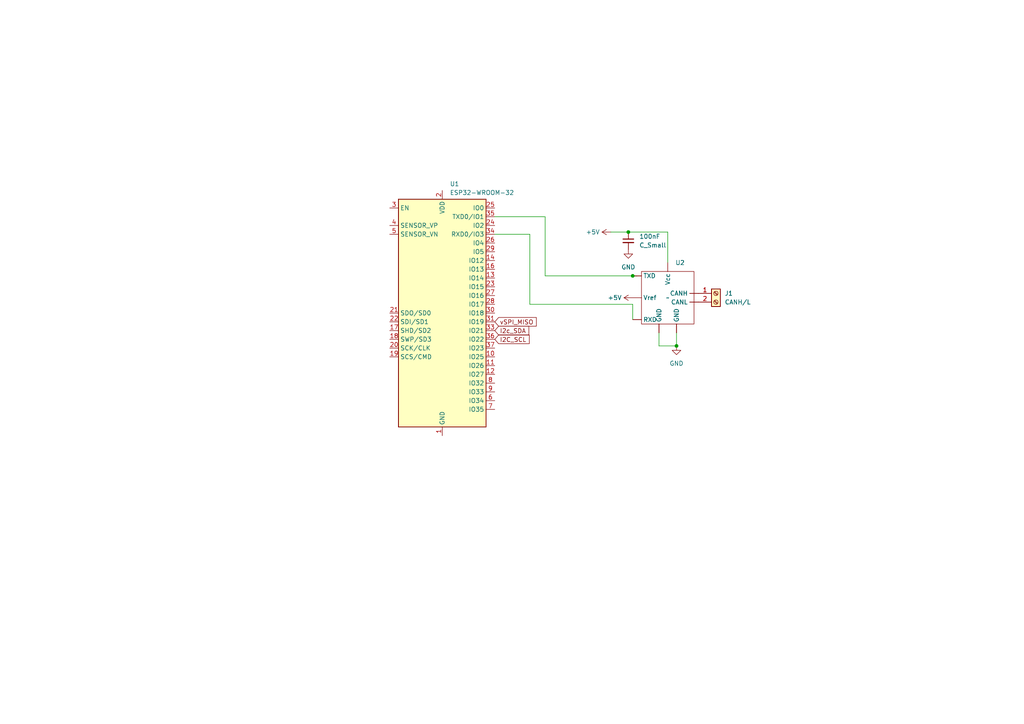
<source format=kicad_sch>
(kicad_sch (version 20230121) (generator eeschema)
  (paper "A4")
  (lib_symbols
    (symbol "Connector:Screw_Terminal_01x02" (pin_names (offset 1.016) hide)
      (property "Reference" "J" (at 0 2.54 0))
      (property "Value" "Screw_Terminal_01x02" (at 0 -5.08 0))
      (symbol "Screw_Terminal_01x02_1_1"
        (rectangle (start -1.27 1.27) (end 1.27 -3.81) (stroke (width 0.254)) (fill (type background)))
        (circle (center 0 -2.54) (radius 0.635) (stroke (width 0.1524)))
        (polyline (pts (xy -0.5334 -2.2098) (xy 0.3302 -3.048)) (stroke (width 0.1524)))
        (polyline (pts (xy -0.5334 0.3302) (xy 0.3302 -0.508)) (stroke (width 0.1524)))
        (polyline (pts (xy -0.3556 -2.032) (xy 0.508 -2.8702)) (stroke (width 0.1524)))
        (polyline (pts (xy -0.3556 0.508) (xy 0.508 -0.3302)) (stroke (width 0.1524)))
        (circle (center 0 0) (radius 0.635) (stroke (width 0.1524)))
        (pin passive line (at -5.08 0 0) (length 3.81) (name "Pin_1") (number "1"))
        (pin passive line (at -5.08 -2.54 0) (length 3.81) (name "Pin_2") (number "2"))
      )
    )
    (symbol "Device:C_Small" (pin_numbers hide) (pin_names (offset 0.254) hide)
      (property "Reference" "C" (at 0.254 1.778 0))
      (property "Value" "C_Small" (at 0.254 -2.032 0))
      (symbol "C_Small_0_1"
        (polyline (pts (xy -1.524 -0.508) (xy 1.524 -0.508)) (stroke (width 0.3302)))
        (polyline (pts (xy -1.524 0.508) (xy 1.524 0.508)) (stroke (width 0.3048)))
      )
      (symbol "C_Small_1_1"
        (pin passive line (at 0 2.54 270) (length 2.032) (name "~") (number "1"))
        (pin passive line (at 0 -2.54 90) (length 2.032) (name "~") (number "2"))
      )
    )
    (symbol "RF_Module:ESP32-WROOM-32"
      (property "Reference" "U" (at -12.7 34.29 0))
      (property "Value" "ESP32-WROOM-32" (at 1.27 34.29 0))
      (symbol "ESP32-WROOM-32_0_1"
        (rectangle (start -12.7 33.02) (end 12.7 -33.02) (stroke (width 0.254)) (fill (type background)))
      )
      (symbol "ESP32-WROOM-32_1_1"
        (pin power_in line (at 0 -35.56 90) (length 2.54) (name "GND") (number "1"))
        (pin bidirectional line (at 15.24 -12.7 180) (length 2.54) (name "IO25") (number "10"))
        (pin bidirectional line (at 15.24 -15.24 180) (length 2.54) (name "IO26") (number "11"))
        (pin bidirectional line (at 15.24 -17.78 180) (length 2.54) (name "IO27") (number "12"))
        (pin bidirectional line (at 15.24 10.16 180) (length 2.54) (name "IO14") (number "13"))
        (pin bidirectional line (at 15.24 15.24 180) (length 2.54) (name "IO12") (number "14"))
        (pin passive line (at 0 -35.56 90) (length 2.54) hide (name "GND") (number "15"))
        (pin bidirectional line (at 15.24 12.7 180) (length 2.54) (name "IO13") (number "16"))
        (pin bidirectional line (at -15.24 -5.08 0) (length 2.54) (name "SHD/SD2") (number "17"))
        (pin bidirectional line (at -15.24 -7.62 0) (length 2.54) (name "SWP/SD3") (number "18"))
        (pin bidirectional line (at -15.24 -12.7 0) (length 2.54) (name "SCS/CMD") (number "19"))
        (pin power_in line (at 0 35.56 270) (length 2.54) (name "VDD") (number "2"))
        (pin bidirectional line (at -15.24 -10.16 0) (length 2.54) (name "SCK/CLK") (number "20"))
        (pin bidirectional line (at -15.24 0 0) (length 2.54) (name "SDO/SD0") (number "21"))
        (pin bidirectional line (at -15.24 -2.54 0) (length 2.54) (name "SDI/SD1") (number "22"))
        (pin bidirectional line (at 15.24 7.62 180) (length 2.54) (name "IO15") (number "23"))
        (pin bidirectional line (at 15.24 25.4 180) (length 2.54) (name "IO2") (number "24"))
        (pin bidirectional line (at 15.24 30.48 180) (length 2.54) (name "IO0") (number "25"))
        (pin bidirectional line (at 15.24 20.32 180) (length 2.54) (name "IO4") (number "26"))
        (pin bidirectional line (at 15.24 5.08 180) (length 2.54) (name "IO16") (number "27"))
        (pin bidirectional line (at 15.24 2.54 180) (length 2.54) (name "IO17") (number "28"))
        (pin bidirectional line (at 15.24 17.78 180) (length 2.54) (name "IO5") (number "29"))
        (pin input line (at -15.24 30.48 0) (length 2.54) (name "EN") (number "3"))
        (pin bidirectional line (at 15.24 0 180) (length 2.54) (name "IO18") (number "30"))
        (pin bidirectional line (at 15.24 -2.54 180) (length 2.54) (name "IO19") (number "31"))
        (pin no_connect line (at -12.7 -27.94 0) (length 2.54) hide (name "NC") (number "32"))
        (pin bidirectional line (at 15.24 -5.08 180) (length 2.54) (name "IO21") (number "33"))
        (pin bidirectional line (at 15.24 22.86 180) (length 2.54) (name "RXD0/IO3") (number "34"))
        (pin bidirectional line (at 15.24 27.94 180) (length 2.54) (name "TXD0/IO1") (number "35"))
        (pin bidirectional line (at 15.24 -7.62 180) (length 2.54) (name "IO22") (number "36"))
        (pin bidirectional line (at 15.24 -10.16 180) (length 2.54) (name "IO23") (number "37"))
        (pin passive line (at 0 -35.56 90) (length 2.54) hide (name "GND") (number "38"))
        (pin passive line (at 0 -35.56 90) (length 2.54) hide (name "GND") (number "39"))
        (pin input line (at -15.24 25.4 0) (length 2.54) (name "SENSOR_VP") (number "4"))
        (pin input line (at -15.24 22.86 0) (length 2.54) (name "SENSOR_VN") (number "5"))
        (pin input line (at 15.24 -25.4 180) (length 2.54) (name "IO34") (number "6"))
        (pin input line (at 15.24 -27.94 180) (length 2.54) (name "IO35") (number "7"))
        (pin bidirectional line (at 15.24 -20.32 180) (length 2.54) (name "IO32") (number "8"))
        (pin bidirectional line (at 15.24 -22.86 180) (length 2.54) (name "IO33") (number "9"))
      )
    )
    (symbol "custom parts library:TJA1050"
      (property "Reference" "U2" (at 2.1941 10.16 0))
      (property "Value" "~" (at 0 0 0))
      (symbol "TJA1050_0_0"
        (text "" (at -2.54 -8.89 0) (effects (font (size 1.27 1.27))))
      )
      (symbol "TJA1050_0_1"
        (rectangle (start -7.62 7.62) (end 7.62 -7.62))
      )
      (symbol "TJA1050_1_1"
        (pin passive line (at 8.89 1.27 180) (length 2.54) (name "CANH") (number ""))
        (pin passive line (at 8.89 -1.27 180) (length 2.54) (name "CANL") (number ""))
        (pin passive line (at -2.54 -10.16 90) (length 2.54) (name "GND") (number ""))
        (pin passive line (at 2.54 -10.16 90) (length 2.54) (name "GND") (number ""))
        (pin passive line (at -10.16 -6.35 0) (length 2.54) (name "RXD") (number ""))
        (pin passive line (at -10.16 6.35 0) (length 2.54) (name "TXD") (number ""))
        (pin passive line (at 0 10.16 270) (length 2.54) (name "Vcc") (number ""))
        (pin passive line (at -10.16 0 0) (length 2.54) (name "Vref") (number ""))
      )
    )
    (symbol "power:+5V" (power) (pin_names (offset 0))
      (property "Value" "+5V" (at 0 3.556 0))
      (symbol "+5V_0_1"
        (polyline (pts (xy -0.762 1.27) (xy 0 2.54)))
        (polyline (pts (xy 0 0) (xy 0 2.54)))
        (polyline (pts (xy 0 2.54) (xy 0.762 1.27)))
      )
      (symbol "+5V_1_1"
        (pin power_in line (at 0 0 90) (length 0) hide (name "+5V") (number "1"))
      )
    )
    (symbol "power:GND" (power) (pin_names (offset 0))
      (property "Value" "GND" (at 0 -3.81 0))
      (symbol "GND_0_1"
        (polyline (pts (xy 0 0) (xy 0 -1.27) (xy 1.27 -1.27) (xy 0 -2.54) (xy -1.27 -1.27) (xy 0 -1.27)))
      )
      (symbol "GND_1_1"
        (pin power_in line (at 0 0 270) (length 0) hide (name "GND") (number "1"))
      )
    )
  )
  (junction (at 182.245 67.31))
  (junction (at 196.215 100.33))
  (junction (at 183.515 80.01))
  (wire (pts (xy 191.135 100.33) (xy 196.215 100.33)))
  (wire (pts (xy 183.515 80.01) (xy 158.115 80.01)))
  (wire (pts (xy 193.675 67.31) (xy 193.675 76.2)))
  (wire (pts (xy 158.115 80.01) (xy 158.115 62.865)))
  (wire (pts (xy 182.245 67.31) (xy 193.675 67.31)))
  (wire (pts (xy 184.785 80.01) (xy 183.515 80.01)))
  (wire (pts (xy 183.515 88.265) (xy 183.515 92.71)))
  (wire (pts (xy 177.165 67.31) (xy 182.245 67.31)))
  (wire (pts (xy 153.67 88.265) (xy 183.515 88.265)))
  (wire (pts (xy 191.135 96.52) (xy 191.135 100.33)))
  (wire (pts (xy 153.67 88.265) (xy 153.67 67.945)))
  (wire (pts (xy 153.67 67.945) (xy 143.51 67.945)))
  (wire (pts (xy 196.215 100.33) (xy 196.215 96.52)))
  (wire (pts (xy 158.115 62.865) (xy 143.51 62.865)))
  (global_label "I2c_SDA" (shape input) (at 143.51 95.885 0) (property "Intersheetrefs" "${INTERSHEET_REFS}" (effects hide)))
  (global_label "vSPI_MISO" (shape input) (at 143.51 93.345 0) (property "Intersheetrefs" "${INTERSHEET_REFS}" (effects hide)))
  (global_label "I2C_SCL" (shape input) (at 143.51 98.425 0) (property "Intersheetrefs" "${INTERSHEET_REFS}" (effects hide)))
  (symbol (lib_id "power:+5V") (at 183.515 86.36 90) (unit 1)
    (property "Reference" "#PWR02" (effects hide))
    (property "Value" "+5V" (at 180.34 86.36 90) (effects (justify left)))
  )
  (symbol (lib_id "Connector:Screw_Terminal_01x02") (at 207.645 85.09 0) (unit 1)
    (property "Reference" "J1" (at 210.185 85.09 0) (effects (justify left)))
    (property "Value" "CANH/L" (at 210.185 87.63 0) (effects (justify left)))
  )
  (symbol (lib_id "Device:C_Small") (at 182.245 69.85 0) (unit 1)
    (property "Reference" "100nF" (at 185.42 68.5863 0) (effects (justify left)))
    (property "Value" "C_Small" (at 185.42 71.1263 0) (effects (justify left)))
  )
  (symbol (lib_id "power:GND") (at 182.245 72.39 0) (unit 1)
    (property "Reference" "#PWR03" (effects hide))
    (property "Value" "GND" (at 182.245 77.47 0))
  )
  (symbol (lib_id "power:GND") (at 196.215 100.33 0) (unit 1)
    (property "Reference" "#PWR01" (effects hide))
    (property "Value" "GND" (at 196.215 105.41 0))
  )
  (symbol (lib_id "power:+5V") (at 177.165 67.31 90) (unit 1)
    (property "Reference" "#PWR04" (effects hide))
    (property "Value" "+5V" (at 173.99 67.31 90) (effects (justify left)))
  )
  (symbol (lib_id "RF_Module:ESP32-WROOM-32") (at 128.27 90.805 0) (unit 1)
    (property "Reference" "U1" (at 130.4641 53.34 0) (effects (justify left)))
    (property "Value" "ESP32-WROOM-32" (at 130.4641 55.88 0) (effects (justify left)))
    (property "Footprint" "RF_Module:ESP32-WROOM-32" (effects hide))
    (property "Datasheet" "https://www.espressif.com/sites/default/files/documentation/esp32-wroom-32_datasheet_en.pdf" (effects hide))
  )
  (symbol (lib_id "custom parts library:TJA1050") (at 193.675 86.36 0) (unit 1)
    (property "Reference" "U2" (at 195.8691 76.2 0) (effects (justify left)))
    (property "Value" "~" (at 193.675 86.36 0))
  )
)
</source>
